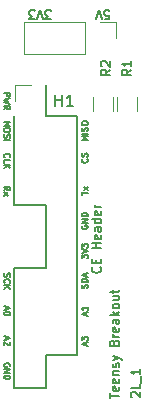
<source format=gbr>
G04 #@! TF.FileFunction,Legend,Top*
%FSLAX46Y46*%
G04 Gerber Fmt 4.6, Leading zero omitted, Abs format (unit mm)*
G04 Created by KiCad (PCBNEW 4.0.0-rc1-stable) date 28/03/2017 11:06:10*
%MOMM*%
G01*
G04 APERTURE LIST*
%ADD10C,0.076200*%
%ADD11C,0.127000*%
%ADD12C,0.120000*%
%ADD13C,0.150000*%
G04 APERTURE END LIST*
D10*
D11*
X109056714Y-129322286D02*
X109056714Y-128886857D01*
X109818714Y-129104571D02*
X109056714Y-129104571D01*
X109782429Y-128342572D02*
X109818714Y-128415143D01*
X109818714Y-128560286D01*
X109782429Y-128632857D01*
X109709857Y-128669143D01*
X109419571Y-128669143D01*
X109347000Y-128632857D01*
X109310714Y-128560286D01*
X109310714Y-128415143D01*
X109347000Y-128342572D01*
X109419571Y-128306286D01*
X109492143Y-128306286D01*
X109564714Y-128669143D01*
X109782429Y-127689429D02*
X109818714Y-127762000D01*
X109818714Y-127907143D01*
X109782429Y-127979714D01*
X109709857Y-128016000D01*
X109419571Y-128016000D01*
X109347000Y-127979714D01*
X109310714Y-127907143D01*
X109310714Y-127762000D01*
X109347000Y-127689429D01*
X109419571Y-127653143D01*
X109492143Y-127653143D01*
X109564714Y-128016000D01*
X109310714Y-127326571D02*
X109818714Y-127326571D01*
X109383286Y-127326571D02*
X109347000Y-127290286D01*
X109310714Y-127217714D01*
X109310714Y-127108857D01*
X109347000Y-127036286D01*
X109419571Y-127000000D01*
X109818714Y-127000000D01*
X109782429Y-126673428D02*
X109818714Y-126600857D01*
X109818714Y-126455714D01*
X109782429Y-126383142D01*
X109709857Y-126346857D01*
X109673571Y-126346857D01*
X109601000Y-126383142D01*
X109564714Y-126455714D01*
X109564714Y-126564571D01*
X109528429Y-126637142D01*
X109455857Y-126673428D01*
X109419571Y-126673428D01*
X109347000Y-126637142D01*
X109310714Y-126564571D01*
X109310714Y-126455714D01*
X109347000Y-126383142D01*
X109310714Y-126092857D02*
X109818714Y-125911428D01*
X109310714Y-125730000D02*
X109818714Y-125911428D01*
X110000143Y-125984000D01*
X110036429Y-126020285D01*
X110072714Y-126092857D01*
X109419571Y-124605143D02*
X109455857Y-124496286D01*
X109492143Y-124460001D01*
X109564714Y-124423715D01*
X109673571Y-124423715D01*
X109746143Y-124460001D01*
X109782429Y-124496286D01*
X109818714Y-124568858D01*
X109818714Y-124859143D01*
X109056714Y-124859143D01*
X109056714Y-124605143D01*
X109093000Y-124532572D01*
X109129286Y-124496286D01*
X109201857Y-124460001D01*
X109274429Y-124460001D01*
X109347000Y-124496286D01*
X109383286Y-124532572D01*
X109419571Y-124605143D01*
X109419571Y-124859143D01*
X109818714Y-124097143D02*
X109310714Y-124097143D01*
X109455857Y-124097143D02*
X109383286Y-124060858D01*
X109347000Y-124024572D01*
X109310714Y-123952001D01*
X109310714Y-123879429D01*
X109782429Y-123335144D02*
X109818714Y-123407715D01*
X109818714Y-123552858D01*
X109782429Y-123625429D01*
X109709857Y-123661715D01*
X109419571Y-123661715D01*
X109347000Y-123625429D01*
X109310714Y-123552858D01*
X109310714Y-123407715D01*
X109347000Y-123335144D01*
X109419571Y-123298858D01*
X109492143Y-123298858D01*
X109564714Y-123661715D01*
X109818714Y-122645715D02*
X109419571Y-122645715D01*
X109347000Y-122682001D01*
X109310714Y-122754572D01*
X109310714Y-122899715D01*
X109347000Y-122972286D01*
X109782429Y-122645715D02*
X109818714Y-122718286D01*
X109818714Y-122899715D01*
X109782429Y-122972286D01*
X109709857Y-123008572D01*
X109637286Y-123008572D01*
X109564714Y-122972286D01*
X109528429Y-122899715D01*
X109528429Y-122718286D01*
X109492143Y-122645715D01*
X109818714Y-122282857D02*
X109056714Y-122282857D01*
X109528429Y-122210286D02*
X109818714Y-121992572D01*
X109310714Y-121992572D02*
X109601000Y-122282857D01*
X109818714Y-121557143D02*
X109782429Y-121629715D01*
X109746143Y-121666000D01*
X109673571Y-121702286D01*
X109455857Y-121702286D01*
X109383286Y-121666000D01*
X109347000Y-121629715D01*
X109310714Y-121557143D01*
X109310714Y-121448286D01*
X109347000Y-121375715D01*
X109383286Y-121339429D01*
X109455857Y-121303143D01*
X109673571Y-121303143D01*
X109746143Y-121339429D01*
X109782429Y-121375715D01*
X109818714Y-121448286D01*
X109818714Y-121557143D01*
X109310714Y-120650000D02*
X109818714Y-120650000D01*
X109310714Y-120976571D02*
X109709857Y-120976571D01*
X109782429Y-120940286D01*
X109818714Y-120867714D01*
X109818714Y-120758857D01*
X109782429Y-120686286D01*
X109746143Y-120650000D01*
X109310714Y-120396000D02*
X109310714Y-120105714D01*
X109056714Y-120287142D02*
X109709857Y-120287142D01*
X109782429Y-120250857D01*
X109818714Y-120178285D01*
X109818714Y-120105714D01*
X100100190Y-103462667D02*
X100608190Y-103462667D01*
X100608190Y-103656191D01*
X100584000Y-103704572D01*
X100559810Y-103728763D01*
X100511429Y-103752953D01*
X100438857Y-103752953D01*
X100390476Y-103728763D01*
X100366286Y-103704572D01*
X100342095Y-103656191D01*
X100342095Y-103462667D01*
X100608190Y-103922286D02*
X100100190Y-104043239D01*
X100463048Y-104140001D01*
X100100190Y-104236763D01*
X100608190Y-104357715D01*
X100100190Y-104841524D02*
X100342095Y-104672191D01*
X100100190Y-104551238D02*
X100608190Y-104551238D01*
X100608190Y-104744762D01*
X100584000Y-104793143D01*
X100559810Y-104817334D01*
X100511429Y-104841524D01*
X100438857Y-104841524D01*
X100390476Y-104817334D01*
X100366286Y-104793143D01*
X100342095Y-104744762D01*
X100342095Y-104551238D01*
X100100190Y-105881714D02*
X100608190Y-105881714D01*
X100245333Y-106051048D01*
X100608190Y-106220381D01*
X100100190Y-106220381D01*
X100608190Y-106559047D02*
X100608190Y-106655809D01*
X100584000Y-106704190D01*
X100535619Y-106752571D01*
X100438857Y-106776762D01*
X100269524Y-106776762D01*
X100172762Y-106752571D01*
X100124381Y-106704190D01*
X100100190Y-106655809D01*
X100100190Y-106559047D01*
X100124381Y-106510666D01*
X100172762Y-106462285D01*
X100269524Y-106438095D01*
X100438857Y-106438095D01*
X100535619Y-106462285D01*
X100584000Y-106510666D01*
X100608190Y-106559047D01*
X100124381Y-106970285D02*
X100100190Y-107042856D01*
X100100190Y-107163809D01*
X100124381Y-107212190D01*
X100148571Y-107236380D01*
X100196952Y-107260571D01*
X100245333Y-107260571D01*
X100293714Y-107236380D01*
X100317905Y-107212190D01*
X100342095Y-107163809D01*
X100366286Y-107067047D01*
X100390476Y-107018666D01*
X100414667Y-106994475D01*
X100463048Y-106970285D01*
X100511429Y-106970285D01*
X100559810Y-106994475D01*
X100584000Y-107018666D01*
X100608190Y-107067047D01*
X100608190Y-107187999D01*
X100584000Y-107260571D01*
X100100190Y-107478285D02*
X100608190Y-107478285D01*
X100148571Y-108917619D02*
X100124381Y-108893429D01*
X100100190Y-108820857D01*
X100100190Y-108772476D01*
X100124381Y-108699905D01*
X100172762Y-108651524D01*
X100221143Y-108627333D01*
X100317905Y-108603143D01*
X100390476Y-108603143D01*
X100487238Y-108627333D01*
X100535619Y-108651524D01*
X100584000Y-108699905D01*
X100608190Y-108772476D01*
X100608190Y-108820857D01*
X100584000Y-108893429D01*
X100559810Y-108917619D01*
X100100190Y-109377238D02*
X100100190Y-109135333D01*
X100608190Y-109135333D01*
X100100190Y-109546571D02*
X100608190Y-109546571D01*
X100100190Y-109836857D02*
X100390476Y-109619143D01*
X100608190Y-109836857D02*
X100317905Y-109546571D01*
X100100190Y-111711619D02*
X100342095Y-111542286D01*
X100100190Y-111421333D02*
X100608190Y-111421333D01*
X100608190Y-111614857D01*
X100584000Y-111663238D01*
X100559810Y-111687429D01*
X100511429Y-111711619D01*
X100438857Y-111711619D01*
X100390476Y-111687429D01*
X100366286Y-111663238D01*
X100342095Y-111614857D01*
X100342095Y-111421333D01*
X100100190Y-111880952D02*
X100438857Y-112147048D01*
X100438857Y-111880952D02*
X100100190Y-112147048D01*
X100124381Y-118726857D02*
X100100190Y-118799428D01*
X100100190Y-118920381D01*
X100124381Y-118968762D01*
X100148571Y-118992952D01*
X100196952Y-119017143D01*
X100245333Y-119017143D01*
X100293714Y-118992952D01*
X100317905Y-118968762D01*
X100342095Y-118920381D01*
X100366286Y-118823619D01*
X100390476Y-118775238D01*
X100414667Y-118751047D01*
X100463048Y-118726857D01*
X100511429Y-118726857D01*
X100559810Y-118751047D01*
X100584000Y-118775238D01*
X100608190Y-118823619D01*
X100608190Y-118944571D01*
X100584000Y-119017143D01*
X100148571Y-119525143D02*
X100124381Y-119500953D01*
X100100190Y-119428381D01*
X100100190Y-119380000D01*
X100124381Y-119307429D01*
X100172762Y-119259048D01*
X100221143Y-119234857D01*
X100317905Y-119210667D01*
X100390476Y-119210667D01*
X100487238Y-119234857D01*
X100535619Y-119259048D01*
X100584000Y-119307429D01*
X100608190Y-119380000D01*
X100608190Y-119428381D01*
X100584000Y-119500953D01*
X100559810Y-119525143D01*
X100100190Y-119742857D02*
X100608190Y-119742857D01*
X100100190Y-120033143D02*
X100390476Y-119815429D01*
X100608190Y-120033143D02*
X100317905Y-119742857D01*
X100245333Y-121557143D02*
X100245333Y-121799048D01*
X100100190Y-121508762D02*
X100608190Y-121678095D01*
X100100190Y-121847429D01*
X100608190Y-122113524D02*
X100608190Y-122161905D01*
X100584000Y-122210286D01*
X100559810Y-122234477D01*
X100511429Y-122258667D01*
X100414667Y-122282858D01*
X100293714Y-122282858D01*
X100196952Y-122258667D01*
X100148571Y-122234477D01*
X100124381Y-122210286D01*
X100100190Y-122161905D01*
X100100190Y-122113524D01*
X100124381Y-122065143D01*
X100148571Y-122040953D01*
X100196952Y-122016762D01*
X100293714Y-121992572D01*
X100414667Y-121992572D01*
X100511429Y-122016762D01*
X100559810Y-122040953D01*
X100584000Y-122065143D01*
X100608190Y-122113524D01*
X100245333Y-124097143D02*
X100245333Y-124339048D01*
X100100190Y-124048762D02*
X100608190Y-124218095D01*
X100100190Y-124387429D01*
X100559810Y-124532572D02*
X100584000Y-124556762D01*
X100608190Y-124605143D01*
X100608190Y-124726096D01*
X100584000Y-124774477D01*
X100559810Y-124798667D01*
X100511429Y-124822858D01*
X100463048Y-124822858D01*
X100390476Y-124798667D01*
X100100190Y-124508381D01*
X100100190Y-124822858D01*
X100584000Y-126612953D02*
X100608190Y-126564572D01*
X100608190Y-126492000D01*
X100584000Y-126419429D01*
X100535619Y-126371048D01*
X100487238Y-126346857D01*
X100390476Y-126322667D01*
X100317905Y-126322667D01*
X100221143Y-126346857D01*
X100172762Y-126371048D01*
X100124381Y-126419429D01*
X100100190Y-126492000D01*
X100100190Y-126540381D01*
X100124381Y-126612953D01*
X100148571Y-126637143D01*
X100317905Y-126637143D01*
X100317905Y-126540381D01*
X100100190Y-126854857D02*
X100608190Y-126854857D01*
X100100190Y-127145143D01*
X100608190Y-127145143D01*
X100100190Y-127387047D02*
X100608190Y-127387047D01*
X100608190Y-127508000D01*
X100584000Y-127580571D01*
X100535619Y-127628952D01*
X100487238Y-127653143D01*
X100390476Y-127677333D01*
X100317905Y-127677333D01*
X100221143Y-127653143D01*
X100172762Y-127628952D01*
X100124381Y-127580571D01*
X100100190Y-127508000D01*
X100100190Y-127387047D01*
X107018667Y-124822857D02*
X107018667Y-124580952D01*
X107163810Y-124871238D02*
X106655810Y-124701905D01*
X107163810Y-124532571D01*
X106655810Y-124411619D02*
X106655810Y-124097142D01*
X106849333Y-124266476D01*
X106849333Y-124193904D01*
X106873524Y-124145523D01*
X106897714Y-124121333D01*
X106946095Y-124097142D01*
X107067048Y-124097142D01*
X107115429Y-124121333D01*
X107139619Y-124145523D01*
X107163810Y-124193904D01*
X107163810Y-124339047D01*
X107139619Y-124387428D01*
X107115429Y-124411619D01*
X107018667Y-122282857D02*
X107018667Y-122040952D01*
X107163810Y-122331238D02*
X106655810Y-122161905D01*
X107163810Y-121992571D01*
X107163810Y-121557142D02*
X107163810Y-121847428D01*
X107163810Y-121702285D02*
X106655810Y-121702285D01*
X106728381Y-121750666D01*
X106776762Y-121799047D01*
X106800952Y-121847428D01*
X107139619Y-119996857D02*
X107163810Y-119924286D01*
X107163810Y-119803333D01*
X107139619Y-119754952D01*
X107115429Y-119730762D01*
X107067048Y-119706571D01*
X107018667Y-119706571D01*
X106970286Y-119730762D01*
X106946095Y-119754952D01*
X106921905Y-119803333D01*
X106897714Y-119900095D01*
X106873524Y-119948476D01*
X106849333Y-119972667D01*
X106800952Y-119996857D01*
X106752571Y-119996857D01*
X106704190Y-119972667D01*
X106680000Y-119948476D01*
X106655810Y-119900095D01*
X106655810Y-119779143D01*
X106680000Y-119706571D01*
X107163810Y-119488857D02*
X106655810Y-119488857D01*
X106655810Y-119367904D01*
X106680000Y-119295333D01*
X106728381Y-119246952D01*
X106776762Y-119222761D01*
X106873524Y-119198571D01*
X106946095Y-119198571D01*
X107042857Y-119222761D01*
X107091238Y-119246952D01*
X107139619Y-119295333D01*
X107163810Y-119367904D01*
X107163810Y-119488857D01*
X107018667Y-119005047D02*
X107018667Y-118763142D01*
X107163810Y-119053428D02*
X106655810Y-118884095D01*
X107163810Y-118714761D01*
X106655810Y-117468953D02*
X106655810Y-117154476D01*
X106849333Y-117323810D01*
X106849333Y-117251238D01*
X106873524Y-117202857D01*
X106897714Y-117178667D01*
X106946095Y-117154476D01*
X107067048Y-117154476D01*
X107115429Y-117178667D01*
X107139619Y-117202857D01*
X107163810Y-117251238D01*
X107163810Y-117396381D01*
X107139619Y-117444762D01*
X107115429Y-117468953D01*
X106655810Y-117009333D02*
X107163810Y-116840000D01*
X106655810Y-116670666D01*
X106655810Y-116549714D02*
X106655810Y-116235237D01*
X106849333Y-116404571D01*
X106849333Y-116331999D01*
X106873524Y-116283618D01*
X106897714Y-116259428D01*
X106946095Y-116235237D01*
X107067048Y-116235237D01*
X107115429Y-116259428D01*
X107139619Y-116283618D01*
X107163810Y-116331999D01*
X107163810Y-116477142D01*
X107139619Y-116525523D01*
X107115429Y-116549714D01*
X106680000Y-114687047D02*
X106655810Y-114735428D01*
X106655810Y-114808000D01*
X106680000Y-114880571D01*
X106728381Y-114928952D01*
X106776762Y-114953143D01*
X106873524Y-114977333D01*
X106946095Y-114977333D01*
X107042857Y-114953143D01*
X107091238Y-114928952D01*
X107139619Y-114880571D01*
X107163810Y-114808000D01*
X107163810Y-114759619D01*
X107139619Y-114687047D01*
X107115429Y-114662857D01*
X106946095Y-114662857D01*
X106946095Y-114759619D01*
X107163810Y-114445143D02*
X106655810Y-114445143D01*
X107163810Y-114154857D01*
X106655810Y-114154857D01*
X107163810Y-113912953D02*
X106655810Y-113912953D01*
X106655810Y-113792000D01*
X106680000Y-113719429D01*
X106728381Y-113671048D01*
X106776762Y-113646857D01*
X106873524Y-113622667D01*
X106946095Y-113622667D01*
X107042857Y-113646857D01*
X107091238Y-113671048D01*
X107139619Y-113719429D01*
X107163810Y-113792000D01*
X107163810Y-113912953D01*
X106655810Y-112110762D02*
X106655810Y-111820476D01*
X107163810Y-111965619D02*
X106655810Y-111965619D01*
X107163810Y-111699524D02*
X106825143Y-111433428D01*
X106825143Y-111699524D02*
X107163810Y-111433428D01*
X107115429Y-109050667D02*
X107139619Y-109074857D01*
X107163810Y-109147429D01*
X107163810Y-109195810D01*
X107139619Y-109268381D01*
X107091238Y-109316762D01*
X107042857Y-109340953D01*
X106946095Y-109365143D01*
X106873524Y-109365143D01*
X106776762Y-109340953D01*
X106728381Y-109316762D01*
X106680000Y-109268381D01*
X106655810Y-109195810D01*
X106655810Y-109147429D01*
X106680000Y-109074857D01*
X106704190Y-109050667D01*
X107139619Y-108857143D02*
X107163810Y-108784572D01*
X107163810Y-108663619D01*
X107139619Y-108615238D01*
X107115429Y-108591048D01*
X107067048Y-108566857D01*
X107018667Y-108566857D01*
X106970286Y-108591048D01*
X106946095Y-108615238D01*
X106921905Y-108663619D01*
X106897714Y-108760381D01*
X106873524Y-108808762D01*
X106849333Y-108832953D01*
X106800952Y-108857143D01*
X106752571Y-108857143D01*
X106704190Y-108832953D01*
X106680000Y-108808762D01*
X106655810Y-108760381D01*
X106655810Y-108639429D01*
X106680000Y-108566857D01*
X107163810Y-107478286D02*
X106655810Y-107478286D01*
X107018667Y-107308952D01*
X106655810Y-107139619D01*
X107163810Y-107139619D01*
X107163810Y-106897715D02*
X106655810Y-106897715D01*
X107139619Y-106680000D02*
X107163810Y-106607429D01*
X107163810Y-106486476D01*
X107139619Y-106438095D01*
X107115429Y-106413905D01*
X107067048Y-106389714D01*
X107018667Y-106389714D01*
X106970286Y-106413905D01*
X106946095Y-106438095D01*
X106921905Y-106486476D01*
X106897714Y-106583238D01*
X106873524Y-106631619D01*
X106849333Y-106655810D01*
X106800952Y-106680000D01*
X106752571Y-106680000D01*
X106704190Y-106655810D01*
X106680000Y-106631619D01*
X106655810Y-106583238D01*
X106655810Y-106462286D01*
X106680000Y-106389714D01*
X106655810Y-106075238D02*
X106655810Y-105978476D01*
X106680000Y-105930095D01*
X106728381Y-105881714D01*
X106825143Y-105857523D01*
X106994476Y-105857523D01*
X107091238Y-105881714D01*
X107139619Y-105930095D01*
X107163810Y-105978476D01*
X107163810Y-106075238D01*
X107139619Y-106123619D01*
X107091238Y-106172000D01*
X106994476Y-106196190D01*
X106825143Y-106196190D01*
X106728381Y-106172000D01*
X106680000Y-106123619D01*
X106655810Y-106075238D01*
X110907286Y-129195285D02*
X110871000Y-129158999D01*
X110834714Y-129086428D01*
X110834714Y-128904999D01*
X110871000Y-128832428D01*
X110907286Y-128796142D01*
X110979857Y-128759857D01*
X111052429Y-128759857D01*
X111161286Y-128796142D01*
X111596714Y-129231571D01*
X111596714Y-128759857D01*
X111596714Y-128070428D02*
X111596714Y-128433285D01*
X110834714Y-128433285D01*
X111669286Y-127997857D02*
X111669286Y-127417286D01*
X111596714Y-126836715D02*
X111596714Y-127272143D01*
X111596714Y-127054429D02*
X110834714Y-127054429D01*
X110943571Y-127127000D01*
X111016143Y-127199572D01*
X111052429Y-127272143D01*
X108222143Y-118200715D02*
X108258429Y-118237001D01*
X108294714Y-118345858D01*
X108294714Y-118418429D01*
X108258429Y-118527286D01*
X108185857Y-118599858D01*
X108113286Y-118636143D01*
X107968143Y-118672429D01*
X107859286Y-118672429D01*
X107714143Y-118636143D01*
X107641571Y-118599858D01*
X107569000Y-118527286D01*
X107532714Y-118418429D01*
X107532714Y-118345858D01*
X107569000Y-118237001D01*
X107605286Y-118200715D01*
X107895571Y-117874143D02*
X107895571Y-117620143D01*
X108294714Y-117511286D02*
X108294714Y-117874143D01*
X107532714Y-117874143D01*
X107532714Y-117511286D01*
X108294714Y-116604143D02*
X107532714Y-116604143D01*
X107895571Y-116604143D02*
X107895571Y-116168715D01*
X108294714Y-116168715D02*
X107532714Y-116168715D01*
X108258429Y-115515572D02*
X108294714Y-115588143D01*
X108294714Y-115733286D01*
X108258429Y-115805857D01*
X108185857Y-115842143D01*
X107895571Y-115842143D01*
X107823000Y-115805857D01*
X107786714Y-115733286D01*
X107786714Y-115588143D01*
X107823000Y-115515572D01*
X107895571Y-115479286D01*
X107968143Y-115479286D01*
X108040714Y-115842143D01*
X108294714Y-114826143D02*
X107895571Y-114826143D01*
X107823000Y-114862429D01*
X107786714Y-114935000D01*
X107786714Y-115080143D01*
X107823000Y-115152714D01*
X108258429Y-114826143D02*
X108294714Y-114898714D01*
X108294714Y-115080143D01*
X108258429Y-115152714D01*
X108185857Y-115189000D01*
X108113286Y-115189000D01*
X108040714Y-115152714D01*
X108004429Y-115080143D01*
X108004429Y-114898714D01*
X107968143Y-114826143D01*
X108294714Y-114136714D02*
X107532714Y-114136714D01*
X108258429Y-114136714D02*
X108294714Y-114209285D01*
X108294714Y-114354428D01*
X108258429Y-114427000D01*
X108222143Y-114463285D01*
X108149571Y-114499571D01*
X107931857Y-114499571D01*
X107859286Y-114463285D01*
X107823000Y-114427000D01*
X107786714Y-114354428D01*
X107786714Y-114209285D01*
X107823000Y-114136714D01*
X108258429Y-113483571D02*
X108294714Y-113556142D01*
X108294714Y-113701285D01*
X108258429Y-113773856D01*
X108185857Y-113810142D01*
X107895571Y-113810142D01*
X107823000Y-113773856D01*
X107786714Y-113701285D01*
X107786714Y-113556142D01*
X107823000Y-113483571D01*
X107895571Y-113447285D01*
X107968143Y-113447285D01*
X108040714Y-113810142D01*
X108294714Y-113120713D02*
X107786714Y-113120713D01*
X107931857Y-113120713D02*
X107859286Y-113084428D01*
X107823000Y-113048142D01*
X107786714Y-112975571D01*
X107786714Y-112902999D01*
X104067428Y-97191286D02*
X103595714Y-97191286D01*
X103849714Y-96901000D01*
X103740856Y-96901000D01*
X103668285Y-96864714D01*
X103631999Y-96828429D01*
X103595714Y-96755857D01*
X103595714Y-96574429D01*
X103631999Y-96501857D01*
X103668285Y-96465571D01*
X103740856Y-96429286D01*
X103958571Y-96429286D01*
X104031142Y-96465571D01*
X104067428Y-96501857D01*
X103378000Y-97191286D02*
X103124000Y-96429286D01*
X102870000Y-97191286D01*
X102688571Y-97191286D02*
X102216857Y-97191286D01*
X102470857Y-96901000D01*
X102361999Y-96901000D01*
X102289428Y-96864714D01*
X102253142Y-96828429D01*
X102216857Y-96755857D01*
X102216857Y-96574429D01*
X102253142Y-96501857D01*
X102289428Y-96465571D01*
X102361999Y-96429286D01*
X102579714Y-96429286D01*
X102652285Y-96465571D01*
X102688571Y-96501857D01*
X108603142Y-97191286D02*
X108965999Y-97191286D01*
X109002285Y-96828429D01*
X108965999Y-96864714D01*
X108893428Y-96901000D01*
X108711999Y-96901000D01*
X108639428Y-96864714D01*
X108603142Y-96828429D01*
X108566857Y-96755857D01*
X108566857Y-96574429D01*
X108603142Y-96501857D01*
X108639428Y-96465571D01*
X108711999Y-96429286D01*
X108893428Y-96429286D01*
X108965999Y-96465571D01*
X109002285Y-96501857D01*
X108349143Y-97191286D02*
X108095143Y-96429286D01*
X107841143Y-97191286D01*
D12*
X106934000Y-97476000D02*
X101794000Y-97476000D01*
X101794000Y-97476000D02*
X101794000Y-100136000D01*
X101794000Y-100136000D02*
X106934000Y-100136000D01*
X106934000Y-100136000D02*
X106934000Y-97476000D01*
X108204000Y-97476000D02*
X109534000Y-97476000D01*
X109534000Y-97476000D02*
X109534000Y-98806000D01*
X111370000Y-103794000D02*
X111370000Y-104994000D01*
X109610000Y-104994000D02*
X109610000Y-103794000D01*
X107578000Y-104994000D02*
X107578000Y-103794000D01*
X109338000Y-103794000D02*
X109338000Y-104994000D01*
D13*
X100965000Y-128397000D02*
X100965000Y-118237000D01*
X100965000Y-118237000D02*
X103632000Y-118237000D01*
X103632000Y-118237000D02*
X103632000Y-112903000D01*
X103632000Y-112903000D02*
X100965000Y-112903000D01*
X100965000Y-112903000D02*
X100965000Y-105410000D01*
X103632000Y-128397000D02*
X100965000Y-128397000D01*
X106299000Y-105410000D02*
X106299000Y-125603000D01*
X106299000Y-125603000D02*
X103632000Y-125603000D01*
X103632000Y-125603000D02*
X103632000Y-128397000D01*
X106292000Y-105410000D02*
X103632000Y-105410000D01*
X103632000Y-105410000D02*
X103632000Y-102743000D01*
D12*
X100972000Y-104140000D02*
X100972000Y-102750000D01*
X100972000Y-102750000D02*
X102362000Y-102750000D01*
D11*
X110834714Y-101473000D02*
X110471857Y-101727000D01*
X110834714Y-101908428D02*
X110072714Y-101908428D01*
X110072714Y-101618143D01*
X110109000Y-101545571D01*
X110145286Y-101509286D01*
X110217857Y-101473000D01*
X110326714Y-101473000D01*
X110399286Y-101509286D01*
X110435571Y-101545571D01*
X110471857Y-101618143D01*
X110471857Y-101908428D01*
X110834714Y-100747286D02*
X110834714Y-101182714D01*
X110834714Y-100965000D02*
X110072714Y-100965000D01*
X110181571Y-101037571D01*
X110254143Y-101110143D01*
X110290429Y-101182714D01*
X109056714Y-101473000D02*
X108693857Y-101727000D01*
X109056714Y-101908428D02*
X108294714Y-101908428D01*
X108294714Y-101618143D01*
X108331000Y-101545571D01*
X108367286Y-101509286D01*
X108439857Y-101473000D01*
X108548714Y-101473000D01*
X108621286Y-101509286D01*
X108657571Y-101545571D01*
X108693857Y-101618143D01*
X108693857Y-101908428D01*
X108367286Y-101182714D02*
X108331000Y-101146428D01*
X108294714Y-101073857D01*
X108294714Y-100892428D01*
X108331000Y-100819857D01*
X108367286Y-100783571D01*
X108439857Y-100747286D01*
X108512429Y-100747286D01*
X108621286Y-100783571D01*
X109056714Y-101219000D01*
X109056714Y-100747286D01*
D13*
X104394095Y-104592381D02*
X104394095Y-103592381D01*
X104394095Y-104068571D02*
X104965524Y-104068571D01*
X104965524Y-104592381D02*
X104965524Y-103592381D01*
X105965524Y-104592381D02*
X105394095Y-104592381D01*
X105679809Y-104592381D02*
X105679809Y-103592381D01*
X105584571Y-103735238D01*
X105489333Y-103830476D01*
X105394095Y-103878095D01*
M02*

</source>
